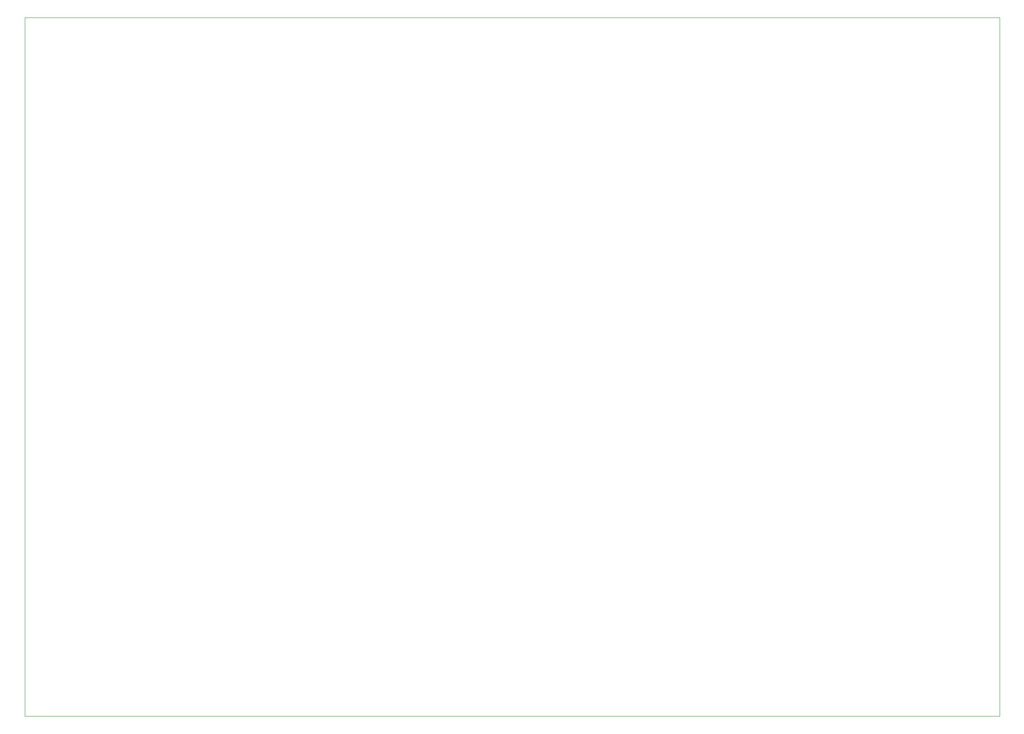
<source format=gbr>
%TF.GenerationSoftware,KiCad,Pcbnew,(6.0.0-rc1-57-gf03efa1cba)*%
%TF.CreationDate,2021-11-19T01:11:21-08:00*%
%TF.ProjectId,OpenCharger,4f70656e-4368-4617-9267-65722e6b6963,rev?*%
%TF.SameCoordinates,Original*%
%TF.FileFunction,Profile,NP*%
%FSLAX46Y46*%
G04 Gerber Fmt 4.6, Leading zero omitted, Abs format (unit mm)*
G04 Created by KiCad (PCBNEW (6.0.0-rc1-57-gf03efa1cba)) date 2021-11-19 01:11:21*
%MOMM*%
%LPD*%
G01*
G04 APERTURE LIST*
%TA.AperFunction,Profile*%
%ADD10C,0.100000*%
%TD*%
G04 APERTURE END LIST*
D10*
X261620000Y-151130000D02*
X261620000Y-144780000D01*
X68580000Y-151130000D02*
X68580000Y-144780000D01*
X68580000Y-151130000D02*
X68580000Y-167640000D01*
X261620000Y-144780000D02*
X68580000Y-144780000D01*
X261620000Y-167640000D02*
X261620000Y-151130000D01*
X261620000Y-283210000D02*
X261620000Y-266700000D01*
X68580000Y-283210000D02*
X261620000Y-283210000D01*
X68580000Y-266700000D02*
X68580000Y-283210000D01*
X68580000Y-167640000D02*
X68580000Y-266700000D01*
X261620000Y-266700000D02*
X261620000Y-167640000D01*
M02*

</source>
